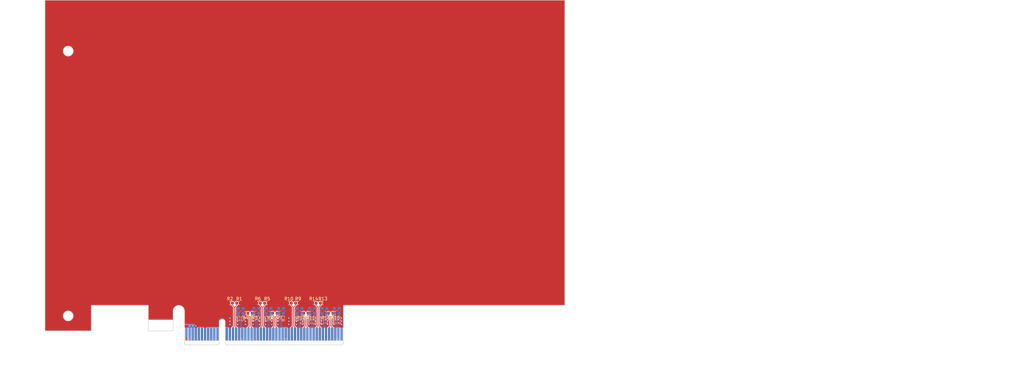
<source format=kicad_pcb>
(kicad_pcb (version 20241229) (generator "pcbnew") (generator_version "9.0")
  (title_block (title "PCIexpress_x16_full") (company "Author: Luca Anastasio"))
  (layers (0 "F.Cu" power) (4 "In1.Cu" power) (6 "In2.Cu" power) (2 "B.Cu" power) (13 "F.Paste" user) (15 "B.Paste" user) (5 "F.SilkS" user "F.Silkscreen") (7 "B.SilkS" user "B.Silkscreen") (1 "F.Mask" user) (3 "B.Mask" user) (25 "Edge.Cuts" user))
  (net 0 "")
  (net 1 "GND")
  (net 2 "Net-(J2-PadA33)")
  (net 3 "Net-(J2-PadA32)")
  (net 4 "Net-(J2-PadA19)")
  (net 5 "+12V")
  (net 6 "+3V3")
  (net 7 "+3.3VA")
  (net 8 "Net-(J2-PadB12)")
  (net 9 "Net-(J2-PadB30)")
  (net 10 "/PER0_P")
  (net 11 "/PER0_N")
  (net 12 "/PER1_P")
  (net 13 "/PER1_N")
  (net 14 "/PER2_P")
  (net 15 "/PER2_N")
  (net 16 "/PER3_P")
  (net 17 "/PER3_N")
  (net 18 "/PER4_P")
  (net 19 "/PER4_N")
  (net 20 "/PER5_P")
  (net 21 "/PER5_N")
  (net 22 "/PER6_P")
  (net 23 "/PER6_N")
  (net 24 "/PER7_P")
  (net 25 "/PER7_N")
  (net 26 "/~{PRSNT2x8}")
  (net 27 "/PET7_N")
  (net 28 "/PET7_P")
  (net 29 "/PET6_N")
  (net 30 "/PET6_P")
  (net 31 "/PET5_N")
  (net 32 "/PET5_P")
  (net 33 "/PET4_N")
  (net 34 "/PET4_P")
  (net 35 "/~{PRSNT2x4}")
  (net 36 "/PET3_N")
  (net 37 "/PET3_P")
  (net 38 "/PET2_N")
  (net 39 "/PET2_P")
  (net 40 "/PET1_N")
  (net 41 "/PET1_P")
  (net 42 "/SMCLK")
  (net 43 "/SMDAT")
  (net 44 "/~{TRST}")
  (net 45 "/~{WAKE}")
  (net 46 "/PET0_P")
  (net 47 "/PET0_N")
  (net 48 "/~{PRSNT2x1}")
  (net 49 "/~{PRSNT1}")
  (net 50 "/TCK")
  (net 51 "/TDI")
  (net 52 "/TDO")
  (net 53 "/TMS")
  (net 54 "/~{PERST}")
  (net 55 "/REFCLK-")
  (net 56 "/REFCLK+")
  (net 57 "/PCIexpress_connector/_PER0_P")
  (net 58 "/PCIexpress_connector/_PER0_N")
  (net 59 "/PCIexpress_connector/_PER1_P")
  (net 60 "/PCIexpress_connector/_PER1_N")
  (net 61 "/PCIexpress_connector/_PER2_P")
  (net 62 "/PCIexpress_connector/_PER2_N")
  (net 63 "/PCIexpress_connector/_PER3_P")
  (net 64 "/PCIexpress_connector/_PER3_N")
  (net 65 "/PCIexpress_connector/_PER4_P")
  (net 66 "/PCIexpress_connector/_PER4_N")
  (net 67 "/PCIexpress_connector/_PER5_P")
  (net 68 "/PCIexpress_connector/_PER5_N")
  (net 69 "/PCIexpress_connector/_PER6_P")
  (net 70 "/PCIexpress_connector/_PER6_N")
  (net 71 "/PCIexpress_connector/_PER7_P")
  (net 72 "/PCIexpress_connector/_PER7_N")
  (footprint "Resistor_SMD:R_0603_1608Metric" (layer "F.Cu") (at 127.125 180.625)
    (property "Reference" "R1" (at 0 -1.375 0) (layer "F.SilkS"))
    (property "Value" "49.9")
    (pad "1" smd roundrect (at -0.7875 0) (size 0.875 0.95) (layers "F.Cu" "F.Mask" "F.Paste") (net 47 "/PET0_N"))
    (pad "2" smd roundrect (at 0.7875 0) (size 0.875 0.95) (layers "F.Cu" "F.Mask" "F.Paste") (net 1 "GND"))
  )
  (footprint "Resistor_SMD:R_0603_1608Metric" (layer "F.Cu") (at 124.125 180.625 180)
    (property "Reference" "R2" (at 0 1.375 0) (layer "F.SilkS"))
    (property "Value" "49.9")
    (pad "1" smd roundrect (at -0.7875 0 180) (size 0.875 0.95) (layers "F.Cu" "F.Mask" "F.Paste") (net 46 "/PET0_P"))
    (pad "2" smd roundrect (at 0.7875 0 180) (size 0.875 0.95) (layers "F.Cu" "F.Mask" "F.Paste") (net 1 "GND"))
  )
  (footprint "Resistor_SMD:R_0603_1608Metric" (layer "F.Cu") (at 136.125 180.625)
    (property "Reference" "R5" (at 0 -1.375 0) (layer "F.SilkS"))
    (property "Value" "49.9")
    (pad "1" smd roundrect (at -0.7875 0) (size 0.875 0.95) (layers "F.Cu" "F.Mask" "F.Paste") (net 38 "/PET2_N"))
    (pad "2" smd roundrect (at 0.7875 0) (size 0.875 0.95) (layers "F.Cu" "F.Mask" "F.Paste") (net 1 "GND"))
  )
  (footprint "Resistor_SMD:R_0603_1608Metric" (layer "F.Cu") (at 133.125 180.625 180)
    (property "Reference" "R6" (at 0 1.375 0) (layer "F.SilkS"))
    (property "Value" "49.9")
    (pad "1" smd roundrect (at -0.7875 0 180) (size 0.875 0.95) (layers "F.Cu" "F.Mask" "F.Paste") (net 39 "/PET2_P"))
    (pad "2" smd roundrect (at 0.7875 0 180) (size 0.875 0.95) (layers "F.Cu" "F.Mask" "F.Paste") (net 1 "GND"))
  )
  (footprint "Resistor_SMD:R_0603_1608Metric" (layer "F.Cu") (at 140.125 183.875)
    (property "Reference" "R7" (at 0 1.5 0) (layer "F.SilkS"))
    (property "Value" "49.9")
    (pad "1" smd roundrect (at -0.7875 0) (size 0.875 0.95) (layers "F.Cu" "F.Mask" "F.Paste") (net 36 "/PET3_N"))
    (pad "2" smd roundrect (at 0.7875 0) (size 0.875 0.95) (layers "F.Cu" "F.Mask" "F.Paste") (net 1 "GND"))
  )
  (footprint "Resistor_SMD:R_0603_1608Metric" (layer "F.Cu") (at 137.125 183.875 180)
    (property "Reference" "R8" (at 0 -1.5 0) (layer "F.SilkS"))
    (property "Value" "49.9")
    (pad "1" smd roundrect (at -0.7875 0 180) (size 0.875 0.95) (layers "F.Cu" "F.Mask" "F.Paste") (net 37 "/PET3_P"))
    (pad "2" smd roundrect (at 0.7875 0 180) (size 0.875 0.95) (layers "F.Cu" "F.Mask" "F.Paste") (net 1 "GND"))
  )
  (footprint "Resistor_SMD:R_0603_1608Metric" (layer "F.Cu") (at 146.125 180.625)
    (property "Reference" "R9" (at 0 -1.375 0) (layer "F.SilkS"))
    (property "Value" "49.9")
    (pad "1" smd roundrect (at -0.7875 0) (size 0.875 0.95) (layers "F.Cu" "F.Mask" "F.Paste") (net 33 "/PET4_N"))
    (pad "2" smd roundrect (at 0.7875 0) (size 0.875 0.95) (layers "F.Cu" "F.Mask" "F.Paste") (net 1 "GND"))
  )
  (footprint "Resistor_SMD:R_0603_1608Metric" (layer "F.Cu") (at 143.125 180.625 180)
    (property "Reference" "R10" (at 0 1.375 0) (layer "F.SilkS"))
    (property "Value" "49.9")
    (pad "1" smd roundrect (at -0.7875 0 180) (size 0.875 0.95) (layers "F.Cu" "F.Mask" "F.Paste") (net 34 "/PET4_P"))
    (pad "2" smd roundrect (at 0.7875 0 180) (size 0.875 0.95) (layers "F.Cu" "F.Mask" "F.Paste") (net 1 "GND"))
  )
  (footprint "Resistor_SMD:R_0603_1608Metric" (layer "F.Cu") (at 150.125 183.875)
    (property "Reference" "R11" (at 0 1.5 0) (layer "F.SilkS"))
    (property "Value" "49.9")
    (pad "1" smd roundrect (at -0.7875 0) (size 0.875 0.95) (layers "F.Cu" "F.Mask" "F.Paste") (net 31 "/PET5_N"))
    (pad "2" smd roundrect (at 0.7875 0) (size 0.875 0.95) (layers "F.Cu" "F.Mask" "F.Paste") (net 1 "GND"))
  )
  (footprint "Resistor_SMD:R_0603_1608Metric" (layer "F.Cu") (at 147.125 183.875 180)
    (property "Reference" "R12" (at 0 -1.5 0) (layer "F.SilkS"))
    (property "Value" "49.9")
    (pad "1" smd roundrect (at -0.7875 0 180) (size 0.875 0.95) (layers "F.Cu" "F.Mask" "F.Paste") (net 32 "/PET5_P"))
    (pad "2" smd roundrect (at 0.7875 0 180) (size 0.875 0.95) (layers "F.Cu" "F.Mask" "F.Paste") (net 1 "GND"))
  )
  (footprint "Resistor_SMD:R_0603_1608Metric" (layer "F.Cu") (at 154.125 180.625)
    (property "Reference" "R13" (at 0 -1.375 0) (layer "F.SilkS"))
    (property "Value" "49.9")
    (pad "1" smd roundrect (at -0.7875 0) (size 0.875 0.95) (layers "F.Cu" "F.Mask" "F.Paste") (net 29 "/PET6_N"))
    (pad "2" smd roundrect (at 0.7875 0) (size 0.875 0.95) (layers "F.Cu" "F.Mask" "F.Paste") (net 1 "GND"))
  )
  (footprint "Resistor_SMD:R_0603_1608Metric" (layer "F.Cu") (at 151.125 180.625 180)
    (property "Reference" "R14" (at 0 1.375 0) (layer "F.SilkS"))
    (property "Value" "49.9")
    (pad "1" smd roundrect (at -0.7875 0 180) (size 0.875 0.95) (layers "F.Cu" "F.Mask" "F.Paste") (net 30 "/PET6_P"))
    (pad "2" smd roundrect (at 0.7875 0 180) (size 0.875 0.95) (layers "F.Cu" "F.Mask" "F.Paste") (net 1 "GND"))
  )
  (footprint "Resistor_SMD:R_0603_1608Metric" (layer "F.Cu") (at 158.125 183.875)
    (property "Reference" "R15" (at 0 1.5 0) (layer "F.SilkS"))
    (property "Value" "49.9")
    (pad "1" smd roundrect (at -0.7875 0) (size 0.875 0.95) (layers "F.Cu" "F.Mask" "F.Paste") (net 27 "/PET7_N"))
    (pad "2" smd roundrect (at 0.7875 0) (size 0.875 0.95) (layers "F.Cu" "F.Mask" "F.Paste") (net 1 "GND"))
  )
  (footprint "Resistor_SMD:R_0603_1608Metric" (layer "F.Cu") (at 155.125 183.875 180)
    (property "Reference" "R16" (at 0 -1.5 0) (layer "F.SilkS"))
    (property "Value" "49.9")
    (pad "1" smd roundrect (at -0.7875 0 180) (size 0.875 0.95) (layers "F.Cu" "F.Mask" "F.Paste") (net 28 "/PET7_P"))
    (pad "2" smd roundrect (at 0.7875 0 180) (size 0.875 0.95) (layers "F.Cu" "F.Mask" "F.Paste") (net 1 "GND"))
  )
  (footprint "Resistor_SMD:R_0603_1608Metric" (layer "F.Cu") (at 129.125 183.875 180)
    (property "Reference" "R4" (at 0 -1.5 0) (layer "F.SilkS"))
    (property "Value" "49.9")
    (pad "1" smd roundrect (at -0.7875 0 180) (size 0.875 0.95) (layers "F.Cu" "F.Mask" "F.Paste") (net 41 "/PET1_P"))
    (pad "2" smd roundrect (at 0.7875 0 180) (size 0.875 0.95) (layers "F.Cu" "F.Mask" "F.Paste") (net 1 "GND"))
  )
  (footprint "Resistor_SMD:R_0603_1608Metric" (layer "F.Cu") (at 132.125 183.875)
    (property "Reference" "R3" (at 0 1.5 0) (layer "F.SilkS"))
    (property "Value" "49.9")
    (pad "1" smd roundrect (at -0.7875 0) (size 0.875 0.95) (layers "F.Cu" "F.Mask" "F.Paste") (net 40 "/PET1_N"))
    (pad "2" smd roundrect (at 0.7875 0) (size 0.875 0.95) (layers "F.Cu" "F.Mask" "F.Paste") (net 1 "GND"))
  )
  (footprint "PCIexpress:PCIexpress_bracket_full" (layer "F.Cu") (at 109.625 194.125)
    (property "Reference" "J1" (hide yes))
    (property "Value" "PCIexpress_bracket")
  )
  (footprint "PCIexpress:PCIexpress_x8" (layer "F.Cu") (at 109.625 194.125)
    (property "Reference" "J2" (hide yes))
    (property "Value" "PCIexpress_x8")
    (pad "A1" connect rect (at 0.5 -4) (size 0.7 3.2) (layers "B.Cu") (net 49 "/~{PRSNT1}"))
    (pad "A2" connect rect (at 1.5 -3.5) (size 0.7 4.2) (layers "B.Cu") (net 5 "+12V"))
    (pad "A3" connect rect (at 2.5 -3.5) (size 0.7 4.2) (layers "B.Cu") (net 5 "+12V"))
    (pad "A4" connect rect (at 3.5 -3.5) (size 0.7 4.2) (layers "B.Cu") (net 1 "GND"))
    (pad "A5" connect rect (at 4.5 -3.5) (size 0.7 4.2) (layers "B.Cu") (net 50 "/TCK"))
    (pad "A6" connect rect (at 5.5 -3.5) (size 0.7 4.2) (layers "B.Cu") (net 51 "/TDI"))
    (pad "A7" connect rect (at 6.5 -3.5) (size 0.7 4.2) (layers "B.Cu") (net 52 "/TDO"))
    (pad "A8" connect rect (at 7.5 -3.5) (size 0.7 4.2) (layers "B.Cu") (net 53 "/TMS"))
    (pad "A9" connect rect (at 8.5 -3.5) (size 0.7 4.2) (layers "B.Cu") (net 6 "+3V3"))
    (pad "A10" connect rect (at 9.5 -3.5) (size 0.7 4.2) (layers "B.Cu") (net 6 "+3V3"))
    (pad "A11" connect rect (at 10.5 -3.5) (size 0.7 4.2) (layers "B.Cu") (net 54 "/~{PERST}"))
    (pad "A12" connect rect (at 13.5 -3.5) (size 0.7 4.2) (layers "B.Cu") (net 1 "GND"))
    (pad "A13" connect rect (at 14.5 -3.5) (size 0.7 4.2) (layers "B.Cu") (net 56 "/REFCLK+"))
    (pad "A14" connect rect (at 15.5 -3.5) (size 0.7 4.2) (layers "B.Cu") (net 55 "/REFCLK-"))
    (pad "A15" connect rect (at 16.5 -3.5) (size 0.7 4.2) (layers "B.Cu") (net 1 "GND"))
    (pad "A16" connect rect (at 17.5 -3.5) (size 0.7 4.2) (layers "B.Cu") (net 57 "/PCIexpress_connector/_PER0_P"))
    (pad "A17" connect rect (at 18.5 -3.5) (size 0.7 4.2) (layers "B.Cu") (net 58 "/PCIexpress_connector/_PER0_N"))
    (pad "A18" connect rect (at 19.5 -3.5) (size 0.7 4.2) (layers "B.Cu") (net 1 "GND"))
    (pad "A19" connect rect (at 20.5 -3.5) (size 0.7 4.2) (layers "B.Cu") (net 4 "Net-(J2-PadA19)"))
    (pad "A20" connect rect (at 21.5 -3.5) (size 0.7 4.2) (layers "B.Cu") (net 1 "GND"))
    (pad "A21" connect rect (at 22.5 -3.5) (size 0.7 4.2) (layers "B.Cu") (net 59 "/PCIexpress_connector/_PER1_P"))
    (pad "A22" connect rect (at 23.5 -3.5) (size 0.7 4.2) (layers "B.Cu") (net 60 "/PCIexpress_connector/_PER1_N"))
    (pad "A23" connect rect (at 24.5 -3.5) (size 0.7 4.2) (layers "B.Cu") (net 1 "GND"))
    (pad "A24" connect rect (at 25.5 -3.5) (size 0.7 4.2) (layers "B.Cu") (net 1 "GND"))
    (pad "A25" connect rect (at 26.5 -3.5) (size 0.7 4.2) (layers "B.Cu") (net 61 "/PCIexpress_connector/_PER2_P"))
    (pad "A26" connect rect (at 27.5 -3.5) (size 0.7 4.2) (layers "B.Cu") (net 62 "/PCIexpress_connector/_PER2_N"))
    (pad "A27" connect rect (at 28.5 -3.5) (size 0.7 4.2) (layers "B.Cu") (net 1 "GND"))
    (pad "A28" connect rect (at 29.5 -3.5) (size 0.7 4.2) (layers "B.Cu") (net 1 "GND"))
    (pad "A29" connect rect (at 30.5 -3.5) (size 0.7 4.2) (layers "B.Cu") (net 63 "/PCIexpress_connector/_PER3_P"))
    (pad "A30" connect rect (at 31.5 -3.5) (size 0.7 4.2) (layers "B.Cu") (net 64 "/PCIexpress_connector/_PER3_N"))
    (pad "A31" connect rect (at 32.5 -3.5) (size 0.7 4.2) (layers "B.Cu") (net 1 "GND"))
    (pad "A32" connect rect (at 33.5 -3.5) (size 0.7 4.2) (layers "B.Cu") (net 3 "Net-(J2-PadA32)"))
    (pad "A33" connect rect (at 34.5 -3.5) (size 0.7 4.2) (layers "B.Cu") (net 2 "Net-(J2-PadA33)"))
    (pad "A34" connect rect (at 35.5 -3.5) (size 0.7 4.2) (layers "B.Cu") (net 1 "GND"))
    (pad "A35" connect rect (at 36.5 -3.5) (size 0.7 4.2) (layers "B.Cu") (net 65 "/PCIexpress_connector/_PER4_P"))
    (pad "A36" connect rect (at 37.5 -3.5) (size 0.7 4.2) (layers "B.Cu") (net 66 "/PCIexpress_connector/_PER4_N"))
    (pad "A37" connect rect (at 38.5 -3.5) (size 0.7 4.2) (layers "B.Cu") (net 1 "GND"))
    (pad "A38" connect rect (at 39.5 -3.5) (size 0.7 4.2) (layers "B.Cu") (net 1 "GND"))
    (pad "A39" connect rect (at 40.5 -3.5) (size 0.7 4.2) (layers "B.Cu") (net 67 "/PCIexpress_connector/_PER5_P"))
    (pad "A40" connect rect (at 41.5 -3.5) (size 0.7 4.2) (layers "B.Cu") (net 68 "/PCIexpress_connector/_PER5_N"))
    (pad "A41" connect rect (at 42.5 -3.5) (size 0.7 4.2) (layers "B.Cu") (net 1 "GND"))
    (pad "A42" connect rect (at 43.5 -3.5) (size 0.7 4.2) (layers "B.Cu") (net 1 "GND"))
    (pad "A43" connect rect (at 44.5 -3.5) (size 0.7 4.2) (layers "B.Cu") (net 69 "/PCIexpress_connector/_PER6_P"))
    (pad "A44" connect rect (at 45.5 -3.5) (size 0.7 4.2) (layers "B.Cu") (net 70 "/PCIexpress_connector/_PER6_N"))
    (pad "A45" connect rect (at 46.5 -3.5) (size 0.7 4.2) (layers "B.Cu") (net 1 "GND"))
    (pad "A46" connect rect (at 47.5 -3.5) (size 0.7 4.2) (layers "B.Cu") (net 1 "GND"))
    (pad "A47" connect rect (at 48.5 -3.5) (size 0.7 4.2) (layers "B.Cu") (net 71 "/PCIexpress_connector/_PER7_P"))
    (pad "A48" connect rect (at 49.5 -3.5) (size 0.7 4.2) (layers "B.Cu") (net 72 "/PCIexpress_connector/_PER7_N"))
    (pad "A49" connect rect (at 50.5 -3.5) (size 0.7 4.2) (layers "B.Cu") (net 1 "GND"))
    (pad "B1" connect rect (at 0.5 -3.5) (size 0.7 4.2) (layers "F.Cu") (net 5 "+12V"))
    (pad "B2" connect rect (at 1.5 -3.5) (size 0.7 4.2) (layers "F.Cu") (net 5 "+12V"))
    (pad "B3" connect rect (at 2.5 -3.5) (size 0.7 4.2) (layers "F.Cu") (net 5 "+12V"))
    (pad "B4" connect rect (at 3.5 -3.5) (size 0.7 4.2) (layers "F.Cu") (net 1 "GND"))
    (pad "B5" connect rect (at 4.5 -3.5) (size 0.7 4.2) (layers "F.Cu") (net 42 "/SMCLK"))
    (pad "B6" connect rect (at 5.5 -3.5) (size 0.7 4.2) (layers "F.Cu") (net 43 "/SMDAT"))
    (pad "B7" connect rect (at 6.5 -3.5) (size 0.7 4.2) (layers "F.Cu") (net 1 "GND"))
    (pad "B8" connect rect (at 7.5 -3.5) (size 0.7 4.2) (layers "F.Cu") (net 6 "+3V3"))
    (pad "B9" connect rect (at 8.5 -3.5) (size 0.7 4.2) (layers "F.Cu") (net 44 "/~{TRST}"))
    (pad "B10" connect rect (at 9.5 -3.5) (size 0.7 4.2) (layers "F.Cu") (net 7 "+3.3VA"))
    (pad "B11" connect rect (at 10.5 -3.5) (size 0.7 4.2) (layers "F.Cu") (net 45 "/~{WAKE}"))
    (pad "B12" connect rect (at 13.5 -3.5) (size 0.7 4.2) (layers "F.Cu") (net 8 "Net-(J2-PadB12)"))
    (pad "B13" connect rect (at 14.5 -3.5) (size 0.7 4.2) (layers "F.Cu") (net 1 "GND"))
    (pad "B14" connect rect (at 15.5 -3.5) (size 0.7 4.2) (layers "F.Cu") (net 46 "/PET0_P"))
    (pad "B15" connect rect (at 16.5 -3.5) (size 0.7 4.2) (layers "F.Cu") (net 47 "/PET0_N"))
    (pad "B16" connect rect (at 17.5 -3.5) (size 0.7 4.2) (layers "F.Cu") (net 1 "GND"))
    (pad "B17" connect rect (at 18.5 -4) (size 0.7 3.2) (layers "F.Cu") (net 48 "/~{PRSNT2x1}"))
    (pad "B18" connect rect (at 19.5 -3.5) (size 0.7 4.2) (layers "F.Cu") (net 1 "GND"))
    (pad "B19" connect rect (at 20.5 -3.5) (size 0.7 4.2) (layers "F.Cu") (net 41 "/PET1_P"))
    (pad "B20" connect rect (at 21.5 -3.5) (size 0.7 4.2) (layers "F.Cu") (net 40 "/PET1_N"))
    (pad "B21" connect rect (at 22.5 -3.5) (size 0.7 4.2) (layers "F.Cu") (net 1 "GND"))
    (pad "B22" connect rect (at 23.5 -3.5) (size 0.7 4.2) (layers "F.Cu") (net 1 "GND"))
    (pad "B23" connect rect (at 24.5 -3.5) (size 0.7 4.2) (layers "F.Cu") (net 39 "/PET2_P"))
    (pad "B24" connect rect (at 25.5 -3.5) (size 0.7 4.2) (layers "F.Cu") (net 38 "/PET2_N"))
    (pad "B25" connect rect (at 26.5 -3.5) (size 0.7 4.2) (layers "F.Cu") (net 1 "GND"))
    (pad "B26" connect rect (at 27.5 -3.5) (size 0.7 4.2) (layers "F.Cu") (net 1 "GND"))
    (pad "B27" connect rect (at 28.5 -3.5) (size 0.7 4.2) (layers "F.Cu") (net 37 "/PET3_P"))
    (pad "B28" connect rect (at 29.5 -3.5) (size 0.7 4.2) (layers "F.Cu") (net 36 "/PET3_N"))
    (pad "B29" connect rect (at 30.5 -3.5) (size 0.7 4.2) (layers "F.Cu") (net 1 "GND"))
    (pad "B30" connect rect (at 31.5 -3.5) (size 0.7 4.2) (layers "F.Cu") (net 9 "Net-(J2-PadB30)"))
    (pad "B31" connect rect (at 32.5 -4) (size 0.7 3.2) (layers "F.Cu") (net 35 "/~{PRSNT2x4}"))
    (pad "B32" connect rect (at 33.5 -3.5) (size 0.7 4.2) (layers "F.Cu") (net 1 "GND"))
    (pad "B33" connect rect (at 34.5 -3.5) (size 0.7 4.2) (layers "F.Cu") (net 34 "/PET4_P"))
    (pad "B34" connect rect (at 35.5 -3.5) (size 0.7 4.2) (layers "F.Cu") (net 33 "/PET4_N"))
    (pad "B35" connect rect (at 36.5 -3.5) (size 0.7 4.2) (layers "F.Cu") (net 1 "GND"))
    (pad "B36" connect rect (at 37.5 -3.5) (size 0.7 4.2) (layers "F.Cu") (net 1 "GND"))
    (pad "B37" connect rect (at 38.5 -3.5) (size 0.7 4.2) (layers "F.Cu") (net 32 "/PET5_P"))
    (pad "B38" connect rect (at 39.5 -3.5) (size 0.7 4.2) (layers "F.Cu") (net 31 "/PET5_N"))
    (pad "B39" connect rect (at 40.5 -3.5) (size 0.7 4.2) (layers "F.Cu") (net 1 "GND"))
    (pad "B40" connect rect (at 41.5 -3.5) (size 0.7 4.2) (layers "F.Cu") (net 1 "GND"))
    (pad "B41" connect rect (at 42.5 -3.5) (size 0.7 4.2) (layers "F.Cu") (net 30 "/PET6_P"))
    (pad "B42" connect rect (at 43.5 -3.5) (size 0.7 4.2) (layers "F.Cu") (net 29 "/PET6_N"))
    (pad "B43" connect rect (at 44.5 -3.5) (size 0.7 4.2) (layers "F.Cu") (net 1 "GND"))
    (pad "B44" connect rect (at 45.5 -3.5) (size 0.7 4.2) (layers "F.Cu") (net 1 "GND"))
    (pad "B45" connect rect (at 46.5 -3.5) (size 0.7 4.2) (layers "F.Cu") (net 28 "/PET7_P"))
    (pad "B46" connect rect (at 47.5 -3.5) (size 0.7 4.2) (layers "F.Cu") (net 27 "/PET7_N"))
    (pad "B47" connect rect (at 48.5 -3.5) (size 0.7 4.2) (layers "F.Cu") (net 1 "GND"))
    (pad "B48" connect rect (at 49.5 -4) (size 0.7 3.2) (layers "F.Cu") (net 26 "/~{PRSNT2x8}"))
    (pad "B49" connect rect (at 50.5 -3.5) (size 0.7 4.2) (layers "F.Cu") (net 1 "GND"))
  )
  (footprint "Capacitor_SMD:C_0603_1608Metric" (layer "B.Cu") (at 126.875 183.125 -90)
    (property "Reference" "C1" (at 2.5 0 90) (layer "B.SilkS") (effects (justify mirror)))
    (property "Value" "100n")
    (pad "1" smd roundrect (at -0.7875 0 270) (size 0.875 0.95) (layers "B.Cu" "B.Mask" "B.Paste") (net 10 "/PER0_P"))
    (pad "2" smd roundrect (at 0.7875 0 270) (size 0.875 0.95) (layers "B.Cu" "B.Mask" "B.Paste") (net 57 "/PCIexpress_connector/_PER0_P"))
  )
  (footprint "Capacitor_SMD:C_0603_1608Metric" (layer "B.Cu") (at 128.375 183.125 90)
    (property "Reference" "C2" (at -2.5 0 90) (layer "B.SilkS") (effects (justify mirror)))
    (property "Value" "100n")
    (pad "1" smd roundrect (at -0.7875 0 90) (size 0.875 0.95) (layers "B.Cu" "B.Mask" "B.Paste") (net 58 "/PCIexpress_connector/_PER0_N"))
    (pad "2" smd roundrect (at 0.7875 0 90) (size 0.875 0.95) (layers "B.Cu" "B.Mask" "B.Paste") (net 11 "/PER0_N"))
  )
  (footprint "Capacitor_SMD:C_0603_1608Metric" (layer "B.Cu") (at 131.875 183.125 -90)
    (property "Reference" "C3" (at 2.5 0 90) (layer "B.SilkS") (effects (justify mirror)))
    (property "Value" "100n")
    (pad "1" smd roundrect (at -0.7875 0 270) (size 0.875 0.95) (layers "B.Cu" "B.Mask" "B.Paste") (net 12 "/PER1_P"))
    (pad "2" smd roundrect (at 0.7875 0 270) (size 0.875 0.95) (layers "B.Cu" "B.Mask" "B.Paste") (net 59 "/PCIexpress_connector/_PER1_P"))
  )
  (footprint "Capacitor_SMD:C_0603_1608Metric" (layer "B.Cu") (at 133.375 183.125 90)
    (property "Reference" "C4" (at -2.5 0 90) (layer "B.SilkS") (effects (justify mirror)))
    (property "Value" "100n")
    (pad "1" smd roundrect (at -0.7875 0 90) (size 0.875 0.95) (layers "B.Cu" "B.Mask" "B.Paste") (net 60 "/PCIexpress_connector/_PER1_N"))
    (pad "2" smd roundrect (at 0.7875 0 90) (size 0.875 0.95) (layers "B.Cu" "B.Mask" "B.Paste") (net 13 "/PER1_N"))
  )
  (footprint "Capacitor_SMD:C_0603_1608Metric" (layer "B.Cu") (at 135.875 183.125 -90)
    (property "Reference" "C5" (at 2.5 0 90) (layer "B.SilkS") (effects (justify mirror)))
    (property "Value" "100n")
    (pad "1" smd roundrect (at -0.7875 0 270) (size 0.875 0.95) (layers "B.Cu" "B.Mask" "B.Paste") (net 14 "/PER2_P"))
    (pad "2" smd roundrect (at 0.7875 0 270) (size 0.875 0.95) (layers "B.Cu" "B.Mask" "B.Paste") (net 61 "/PCIexpress_connector/_PER2_P"))
  )
  (footprint "Capacitor_SMD:C_0603_1608Metric" (layer "B.Cu") (at 137.375 183.125 90)
    (property "Reference" "C6" (at -2.5 0 90) (layer "B.SilkS") (effects (justify mirror)))
    (property "Value" "100n")
    (pad "1" smd roundrect (at -0.7875 0 90) (size 0.875 0.95) (layers "B.Cu" "B.Mask" "B.Paste") (net 62 "/PCIexpress_connector/_PER2_N"))
    (pad "2" smd roundrect (at 0.7875 0 90) (size 0.875 0.95) (layers "B.Cu" "B.Mask" "B.Paste") (net 15 "/PER2_N"))
  )
  (footprint "Capacitor_SMD:C_0603_1608Metric" (layer "B.Cu") (at 139.875 183.125 -90)
    (property "Reference" "C7" (at 2.5 0 90) (layer "B.SilkS") (effects (justify mirror)))
    (property "Value" "100n")
    (pad "1" smd roundrect (at -0.7875 0 270) (size 0.875 0.95) (layers "B.Cu" "B.Mask" "B.Paste") (net 16 "/PER3_P"))
    (pad "2" smd roundrect (at 0.7875 0 270) (size 0.875 0.95) (layers "B.Cu" "B.Mask" "B.Paste") (net 63 "/PCIexpress_connector/_PER3_P"))
  )
  (footprint "Capacitor_SMD:C_0603_1608Metric" (layer "B.Cu") (at 141.375 183.125 90)
    (property "Reference" "C8" (at -2.5 0 90) (layer "B.SilkS") (effects (justify mirror)))
    (property "Value" "100n")
    (pad "1" smd roundrect (at -0.7875 0 90) (size 0.875 0.95) (layers "B.Cu" "B.Mask" "B.Paste") (net 64 "/PCIexpress_connector/_PER3_N"))
    (pad "2" smd roundrect (at 0.7875 0 90) (size 0.875 0.95) (layers "B.Cu" "B.Mask" "B.Paste") (net 17 "/PER3_N"))
  )
  (footprint "Capacitor_SMD:C_0603_1608Metric" (layer "B.Cu") (at 145.875 183.125 -90)
    (property "Reference" "C9" (at 2.5 0 90) (layer "B.SilkS") (effects (justify mirror)))
    (property "Value" "100n")
    (pad "1" smd roundrect (at -0.7875 0 270) (size 0.875 0.95) (layers "B.Cu" "B.Mask" "B.Paste") (net 18 "/PER4_P"))
    (pad "2" smd roundrect (at 0.7875 0 270) (size 0.875 0.95) (layers "B.Cu" "B.Mask" "B.Paste") (net 65 "/PCIexpress_connector/_PER4_P"))
  )
  (footprint "Capacitor_SMD:C_0603_1608Metric" (layer "B.Cu") (at 147.375 183.125 90)
    (property "Reference" "C10" (at -3 0 90) (layer "B.SilkS") (effects (justify mirror)))
    (property "Value" "100n")
    (pad "1" smd roundrect (at -0.7875 0 90) (size 0.875 0.95) (layers "B.Cu" "B.Mask" "B.Paste") (net 66 "/PCIexpress_connector/_PER4_N"))
    (pad "2" smd roundrect (at 0.7875 0 90) (size 0.875 0.95) (layers "B.Cu" "B.Mask" "B.Paste") (net 19 "/PER4_N"))
  )
  (footprint "Capacitor_SMD:C_0603_1608Metric" (layer "B.Cu") (at 149.875 183.125 -90)
    (property "Reference" "C11" (at 3 0 90) (layer "B.SilkS") (effects (justify mirror)))
    (property "Value" "100n")
    (pad "1" smd roundrect (at -0.7875 0 270) (size 0.875 0.95) (layers "B.Cu" "B.Mask" "B.Paste") (net 20 "/PER5_P"))
    (pad "2" smd roundrect (at 0.7875 0 270) (size 0.875 0.95) (layers "B.Cu" "B.Mask" "B.Paste") (net 67 "/PCIexpress_connector/_PER5_P"))
  )
  (footprint "Capacitor_SMD:C_0603_1608Metric" (layer "B.Cu") (at 151.375 183.125 90)
    (property "Reference" "C12" (at -3 0 90) (layer "B.SilkS") (effects (justify mirror)))
    (property "Value" "100n")
    (pad "1" smd roundrect (at -0.7875 0 90) (size 0.875 0.95) (layers "B.Cu" "B.Mask" "B.Paste") (net 68 "/PCIexpress_connector/_PER5_N"))
    (pad "2" smd roundrect (at 0.7875 0 90) (size 0.875 0.95) (layers "B.Cu" "B.Mask" "B.Paste") (net 21 "/PER5_N"))
  )
  (footprint "Capacitor_SMD:C_0603_1608Metric" (layer "B.Cu") (at 155.375 183.125 90)
    (property "Reference" "C14" (at -3 0 90) (layer "B.SilkS") (effects (justify mirror)))
    (property "Value" "100n")
    (pad "1" smd roundrect (at -0.7875 0 90) (size 0.875 0.95) (layers "B.Cu" "B.Mask" "B.Paste") (net 70 "/PCIexpress_connector/_PER6_N"))
    (pad "2" smd roundrect (at 0.7875 0 90) (size 0.875 0.95) (layers "B.Cu" "B.Mask" "B.Paste") (net 23 "/PER6_N"))
  )
  (footprint "Capacitor_SMD:C_0603_1608Metric" (layer "B.Cu") (at 157.875 183.125 -90)
    (property "Reference" "C15" (at 3 0 90) (layer "B.SilkS") (effects (justify mirror)))
    (property "Value" "100n")
    (pad "1" smd roundrect (at -0.7875 0 270) (size 0.875 0.95) (layers "B.Cu" "B.Mask" "B.Paste") (net 24 "/PER7_P"))
    (pad "2" smd roundrect (at 0.7875 0 270) (size 0.875 0.95) (layers "B.Cu" "B.Mask" "B.Paste") (net 71 "/PCIexpress_connector/_PER7_P"))
  )
  (footprint "Capacitor_SMD:C_0603_1608Metric" (layer "B.Cu") (at 159.375 183.125 90)
    (property "Reference" "C16" (at -3 0 90) (layer "B.SilkS") (effects (justify mirror)))
    (property "Value" "100n")
    (pad "1" smd roundrect (at -0.7875 0 90) (size 0.875 0.95) (layers "B.Cu" "B.Mask" "B.Paste") (net 72 "/PCIexpress_connector/_PER7_N"))
    (pad "2" smd roundrect (at 0.7875 0 90) (size 0.875 0.95) (layers "B.Cu" "B.Mask" "B.Paste") (net 25 "/PER7_N"))
  )
  (footprint "Capacitor_SMD:C_0603_1608Metric" (layer "B.Cu") (at 153.875 183.125 -90)
    (property "Reference" "C13" (at 3 0 90) (layer "B.SilkS") (effects (justify mirror)))
    (property "Value" "100n")
    (pad "1" smd roundrect (at -0.7875 0 270) (size 0.875 0.95) (layers "B.Cu" "B.Mask" "B.Paste") (net 22 "/PER6_P"))
    (pad "2" smd roundrect (at 0.7875 0 270) (size 0.875 0.95) (layers "B.Cu" "B.Mask" "B.Paste") (net 69 "/PCIexpress_connector/_PER6_P"))
  )
  (gr_line (start 64.475 82.975) (end 64.475 189.625) (stroke (width 0.15)) (layer "Edge.Cuts"))
  (gr_line (start 120.675 193.625) (end 120.675 186.675) (stroke (width 0.15)) (layer "Edge.Cuts"))
  (gr_line (start 109.975 194.125) (end 120.175 194.125) (stroke (width 0.15)) (layer "Edge.Cuts"))
  (gr_line (start 232.125 82.975) (end 232.1277 181.375) (stroke (width 0.15)) (layer "Edge.Cuts"))
  (gr_line (start 79.475 181.375) (end 97.825 181.375) (stroke (width 0.15)) (layer "Edge.Cuts"))
  (gr_line (start 105.825 189.625) (end 105.825 183.2) (stroke (width 0.15)) (layer "Edge.Cuts"))
  (gr_line (start 122.575 186.675) (end 122.575 193.625) (stroke (width 0.15)) (layer "Edge.Cuts"))
  (gr_line (start 79.475 189.625) (end 79.475 181.375) (stroke (width 0.15)) (layer "Edge.Cuts"))
  (gr_line (start 64.475 189.625) (end 79.475 189.625) (stroke (width 0.15)) (layer "Edge.Cuts"))
  (gr_line (start 160.775 193.625) (end 160.275 194.125) (stroke (width 0.15)) (layer "Edge.Cuts"))
  (gr_line (start 97.825 181.375) (end 97.825 189.625) (stroke (width 0.15)) (layer "Edge.Cuts"))
  (gr_line (start 64.475 82.975) (end 232.125 82.975) (stroke (width 0.15)) (layer "Edge.Cuts"))
  (gr_circle (center 71.975 99.375) (end 73.575 99.375) (stroke (width 0.15)) (fill no) (layer "Edge.Cuts"))
  (gr_arc (start 120.675 186.675) (mid 121.625 185.725) (end 122.575 186.675) (stroke (width 0.15)) (layer "Edge.Cuts"))
  (gr_line (start 109.475 183.2) (end 109.475 193.625) (stroke (width 0.15)) (layer "Edge.Cuts"))
  (gr_line (start 109.475 193.625) (end 109.975 194.125) (stroke (width 0.15)) (layer "Edge.Cuts"))
  (gr_line (start 160.275 194.125) (end 123.075 194.125) (stroke (width 0.15)) (layer "Edge.Cuts"))
  (gr_line (start 120.175 194.125) (end 120.675 193.625) (stroke (width 0.15)) (layer "Edge.Cuts"))
  (gr_line (start 122.575 193.625) (end 123.075 194.125) (stroke (width 0.15)) (layer "Edge.Cuts"))
  (gr_line (start 97.825 189.625) (end 105.825 189.625) (stroke (width 0.15)) (layer "Edge.Cuts"))
  (gr_circle (center 71.975 184.775) (end 73.575 184.775) (stroke (width 0.15)) (fill no) (layer "Edge.Cuts"))
  (gr_line (start 232.1277 181.375) (end 160.775 181.375) (stroke (width 0.15)) (layer "Edge.Cuts"))
  (gr_line (start 160.775 181.375) (end 160.775 193.625) (stroke (width 0.15)) (layer "Edge.Cuts"))
  (gr_arc (start 105.825 183.2) (mid 107.65 181.375) (end 109.475 183.2) (stroke (width 0.15)) (layer "Edge.Cuts"))
  (target plus (at 109.625 194.125) (size 5) (width 0.05) (layer "Edge.Cuts"))
  (segment (start 113.125 188.125) (end 113.125 188.125) (width 0.7) (layer "F.Cu") (net 1))
  (segment (start 113.125 190.625) (end 113.125 188) (width 0.7) (layer "F.Cu") (net 1))
  (via (at 124.125 185.5) (size 0.55) (drill 0.3) (layers "F.Cu" "B.Cu") (net 1))
  (via (at 143.125 185.5) (size 0.55) (drill 0.3) (layers "F.Cu" "B.Cu") (net 1))
  (via (at 157.625 185.5) (size 0.55) (drill 0.3) (layers "F.Cu" "B.Cu") (net 1))
  (via (at 135.625 185.5) (size 0.55) (drill 0.3) (layers "F.Cu" "B.Cu") (net 1))
  (via (at 139.625 185.5) (size 0.55) (drill 0.3) (layers "F.Cu" "B.Cu") (net 1))
  (via (at 133.625 185.5) (size 0.55) (drill 0.3) (layers "F.Cu" "B.Cu") (net 1))
  (via (at 129.125 185.5) (size 0.55) (drill 0.3) (layers "F.Cu" "B.Cu") (net 1))
  (via (at 155.625 185.5) (size 0.55) (drill 0.3) (layers "F.Cu" "B.Cu") (net 1))
  (via (at 149.625 185.5) (size 0.55) (drill 0.3) (layers "F.Cu" "B.Cu") (net 1))
  (via (at 147.625 185.5) (size 0.55) (drill 0.3) (layers "F.Cu" "B.Cu") (net 1))
  (via (at 145.625 185.5) (size 0.55) (drill 0.3) (layers "F.Cu" "B.Cu") (net 1))
  (via (at 160.125 185.5) (size 0.55) (drill 0.3) (layers "F.Cu" "B.Cu") (net 1))
  (via (at 151.625 185.5) (size 0.55) (drill 0.3) (layers "F.Cu" "B.Cu") (net 1))
  (via (at 153.625 185.5) (size 0.55) (drill 0.3) (layers "F.Cu" "B.Cu") (net 1))
  (via (at 126.625 185.5) (size 0.55) (drill 0.3) (layers "F.Cu" "B.Cu") (net 1))
  (via (at 131.625 185.5) (size 0.55) (drill 0.3) (layers "F.Cu" "B.Cu") (net 1))
  (via (at 137.625 185.5) (size 0.55) (drill 0.3) (layers "F.Cu" "B.Cu") (net 1))
  (via (at 149.625 186.5) (size 0.55) (drill 0.3) (layers "F.Cu" "B.Cu") (net 1))
  (via (at 151.625 187.5) (size 0.55) (drill 0.3) (layers "F.Cu" "B.Cu") (net 1))
  (via (at 113.125 188) (size 0.55) (drill 0.3) (layers "F.Cu" "B.Cu") (net 1))
  (via (at 151.625 186.5) (size 0.55) (drill 0.3) (layers "F.Cu" "B.Cu") (net 1))
  (via (at 129.125 186.5) (size 0.55) (drill 0.3) (layers "F.Cu" "B.Cu") (net 1))
  (via (at 124.125 186.5) (size 0.55) (drill 0.3) (layers "F.Cu" "B.Cu") (net 1))
  (via (at 126.625 187.5) (size 0.55) (drill 0.3) (layers "F.Cu" "B.Cu") (net 1))
  (via (at 157.625 187.5) (size 0.55) (drill 0.3) (layers "F.Cu" "B.Cu") (net 1))
  (via (at 139.625 187.5) (size 0.55) (drill 0.3) (layers "F.Cu" "B.Cu") (net 1))
  (via (at 135.625 186.5) (size 0.55) (drill 0.3) (layers "F.Cu" "B.Cu") (net 1))
  (via (at 157.625 186.5) (size 0.55) (drill 0.3) (layers "F.Cu" "B.Cu") (net 1))
  (via (at 153.625 186.5) (size 0.55) (drill 0.3) (layers "F.Cu" "B.Cu") (net 1))
  (via (at 155.625 186.5) (size 0.55) (drill 0.3) (layers "F.Cu" "B.Cu") (net 1))
  (via (at 160.125 187.5) (size 0.55) (drill 0.3) (layers "F.Cu" "B.Cu") (net 1))
  (via (at 147.625 186.5) (size 0.55) (drill 0.3) (layers "F.Cu" "B.Cu") (net 1))
  (via (at 133.625 186.5) (size 0.55) (drill 0.3) (layers "F.Cu" "B.Cu") (net 1))
  (via (at 153.625 187.5) (size 0.55) (drill 0.3) (layers "F.Cu" "B.Cu") (net 1))
  (via (at 137.625 187.5) (size 0.55) (drill 0.3) (layers "F.Cu" "B.Cu") (net 1))
  (via (at 135.625 187.5) (size 0.55) (drill 0.3) (layers "F.Cu" "B.Cu") (net 1))
  (via (at 133.625 187.5) (size 0.55) (drill 0.3) (layers "F.Cu" "B.Cu") (net 1))
  (via (at 129.125 187.5) (size 0.55) (drill 0.3) (layers "F.Cu" "B.Cu") (net 1))
  (via (at 147.625 187.5) (size 0.55) (drill 0.3) (layers "F.Cu" "B.Cu") (net 1))
  (via (at 145.625 186.5) (size 0.55) (drill 0.3) (layers "F.Cu" "B.Cu") (net 1))
  (via (at 155.625 187.5) (size 0.55) (drill 0.3) (layers "F.Cu" "B.Cu") (net 1))
  (via (at 139.625 186.5) (size 0.55) (drill 0.3) (layers "F.Cu" "B.Cu") (net 1))
  (via (at 124.125 187.5) (size 0.55) (drill 0.3) (layers "F.Cu" "B.Cu") (net 1))
  (via (at 145.625 187.5) (size 0.55) (drill 0.3) (layers "F.Cu" "B.Cu") (net 1))
  (via (at 160.125 186.5) (size 0.55) (drill 0.3) (layers "F.Cu" "B.Cu") (net 1))
  (via (at 126.625 186.5) (size 0.55) (drill 0.3) (layers "F.Cu" "B.Cu") (net 1))
  (via (at 131.625 187.5) (size 0.55) (drill 0.3) (layers "F.Cu" "B.Cu") (net 1))
  (via (at 131.625 186.5) (size 0.55) (drill 0.3) (layers "F.Cu" "B.Cu") (net 1))
  (via (at 143.125 187.5) (size 0.55) (drill 0.3) (layers "F.Cu" "B.Cu") (net 1))
  (via (at 143.125 186.5) (size 0.55) (drill 0.3) (layers "F.Cu" "B.Cu") (net 1))
  (via (at 137.625 186.5) (size 0.55) (drill 0.3) (layers "F.Cu" "B.Cu") (net 1))
  (via (at 149.625 187.5) (size 0.55) (drill 0.3) (layers "F.Cu" "B.Cu") (net 1))
  (segment (start 111.125 190.625) (end 111.125 188) (width 0.0889) (layer "F.Cu") (net 5))
  (via (at 111.125 188) (size 0.55) (drill 0.3) (layers "F.Cu" "B.Cu") (net 5))
  (via (at 112.125 188) (size 0.55) (drill 0.3) (layers "F.Cu" "B.Cu") (net 5))
  (segment (start 157.3375 184.5375) (end 157.3375 183.875) (width 0.2) (layer "F.Cu") (net 27))
  (segment (start 157.125 188.375) (end 156.825 188.075) (width 0.2) (layer "F.Cu") (net 27))
  (segment (start 156.825 188.075) (end 156.825 185.05) (width 0.2) (layer "F.Cu") (net 27))
  (segment (start 157.125 190.625) (end 157.125 188.375) (width 0.2) (layer "F.Cu") (net 27))
  (segment (start 156.825 185.05) (end 157.3375 184.5375) (width 0.2) (layer "F.Cu") (net 27))
  (segment (start 156.425 185.05) (end 155.9125 184.5375) (width 0.2) (layer "F.Cu") (net 28))
  (segment (start 156.125 188.375) (end 156.425 188.075) (width 0.2) (layer "F.Cu") (net 28))
  (segment (start 156.125 190.625) (end 156.125 188.375) (width 0.2) (layer "F.Cu") (net 28))
  (segment (start 155.9125 184.5375) (end 155.9125 183.875) (width 0.2) (layer "F.Cu") (net 28))
  (segment (start 156.425 188.075) (end 156.425 185.05) (width 0.2) (layer "F.Cu") (net 28))
  (segment (start 153.3375 181.2875) (end 152.825 181.8) (width 0.2) (layer "F.Cu") (net 29))
  (segment (start 152.825 181.8) (end 152.825 188.075) (width 0.2) (layer "F.Cu") (net 29))
  (segment (start 153.3375 180.625) (end 153.3375 181.2875) (width 0.2) (layer "F.Cu") (net 29))
  (segment (start 153.125 188.375) (end 153.125 190.625) (width 0.2) (layer "F.Cu") (net 29))
  (segment (start 152.825 188.075) (end 153.125 188.375) (width 0.2) (layer "F.Cu") (net 29))
  (segment (start 151.9125 180.625) (end 151.9125 181.26875) (width 0.2) (layer "F.Cu") (net 30))
  (segment (start 151.9125 181.26875) (end 152.425 181.78125) (width 0.2) (layer "F.Cu") (net 30))
  (segment (start 152.125 188.375) (end 152.125 190.625) (width 0.2) (layer "F.Cu") (net 30))
  (segment (start 152.425 181.78125) (end 152.425 188.075) (width 0.2) (layer "F.Cu") (net 30))
  (segment (start 152.425 188.075) (end 152.125 188.375) (width 0.2) (layer "F.Cu") (net 30))
  (segment (start 148.825 188.075) (end 148.825 185.05) (width 0.2) (layer "F.Cu") (net 31))
  (segment (start 149.125 190.625) (end 149.125 188.375) (width 0.2) (layer "F.Cu") (net 31))
  (segment (start 149.125 188.375) (end 148.825 188.075) (width 0.2) (layer "F.Cu") (net 31))
  (segment (start 149.3375 184.5375) (end 149.3375 183.875) (width 0.2) (layer "F.Cu") (net 31))
  (segment (start 148.825 185.05) (end 149.3375 184.5375) (width 0.2) (layer "F.Cu") (net 31))
  (segment (start 148.425 188.075) (end 148.425 185.05) (width 0.2) (layer "F.Cu") (net 32))
  (segment (start 148.125 190.625) (end 148.125 188.375) (width 0.2) (layer "F.Cu") (net 32))
  (segment (start 148.425 185.05) (end 147.9125 184.5375) (width 0.2) (layer "F.Cu") (net 32))
  (segment (start 148.125 188.375) (end 148.425 188.075) (width 0.2) (layer "F.Cu") (net 32))
  (segment (start 147.9125 184.5375) (end 147.9125 183.875) (width 0.2) (layer "F.Cu") (net 32))
  (segment (start 144.825 181.8) (end 144.825 188.075) (width 0.2) (layer "F.Cu") (net 33))
  (segment (start 145.3375 180.625) (end 145.3375 181.2875) (width 0.2) (layer "F.Cu") (net 33))
  (segment (start 145.3375 181.2875) (end 144.825 181.8) (width 0.2) (layer "F.Cu") (net 33))
  (segment (start 145.125 188.375) (end 145.125 190.625) (width 0.2) (layer "F.Cu") (net 33))
  (segment (start 144.825 188.075) (end 145.125 188.375) (width 0.2) (layer "F.Cu") (net 33))
  (segment (start 144.125 188.375) (end 144.125 190.625) (width 0.2) (layer "F.Cu") (net 34))
  (segment (start 144.425 181.78125) (end 144.425 188.075) (width 0.2) (layer "F.Cu") (net 34))
  (segment (start 144.425 188.075) (end 144.125 188.375) (width 0.2) (layer "F.Cu") (net 34))
  (segment (start 143.9125 180.625) (end 143.9125 181.26875) (width 0.2) (layer "F.Cu") (net 34))
  (segment (start 143.9125 181.26875) (end 144.425 181.78125) (width 0.2) (layer "F.Cu") (net 34))
  (segment (start 139.125 188.375) (end 138.825 188.075) (width 0.2) (layer "F.Cu") (net 36))
  (segment (start 139.3375 184.5375) (end 139.3375 183.875) (width 0.2) (layer "F.Cu") (net 36))
  (segment (start 139.125 190.625) (end 139.125 188.375) (width 0.2) (layer "F.Cu") (net 36))
  (segment (start 138.825 185.05) (end 139.3375 184.5375) (width 0.2) (layer "F.Cu") (net 36))
  (segment (start 138.825 188.075) (end 138.825 185.05) (width 0.2) (layer "F.Cu") (net 36))
  (segment (start 138.425 185.05) (end 137.9125 184.5375) (width 0.2) (layer "F.Cu") (net 37))
  (segment (start 138.425 188.075) (end 138.425 185.05) (width 0.2) (layer "F.Cu") (net 37))
  (segment (start 138.125 188.375) (end 138.425 188.075) (width 0.2) (layer "F.Cu") (net 37))
  (segment (start 138.125 190.625) (end 138.125 188.375) (width 0.2) (layer "F.Cu") (net 37))
  (segment (start 137.9125 184.5375) (end 137.9125 183.875) (width 0.2) (layer "F.Cu") (net 37))
  (segment (start 135.3375 180.625) (end 135.3375 181.2875) (width 0.2) (layer "F.Cu") (net 38))
  (segment (start 135.125 188.375) (end 135.125 190.625) (width 0.2) (layer "F.Cu") (net 38))
  (segment (start 134.825 181.8) (end 134.825 188.075) (width 0.2) (layer "F.Cu") (net 38))
  (segment (start 135.3375 181.2875) (end 134.825 181.8) (width 0.2) (layer "F.Cu") (net 38))
  (segment (start 134.825 188.075) (end 135.125 188.375) (width 0.2) (layer "F.Cu") (net 38))
  (segment (start 134.125 188.375) (end 134.125 190.625) (width 0.2) (layer "F.Cu") (net 39))
  (segment (start 133.9125 181.26875) (end 134.425 181.78125) (width 0.2) (layer "F.Cu") (net 39))
  (segment (start 133.9125 180.625) (end 133.9125 181.26875) (width 0.2) (layer "F.Cu") (net 39))
  (segment (start 134.425 181.78125) (end 134.425 188.075) (width 0.2) (layer "F.Cu") (net 39))
  (segment (start 134.425 188.075) (end 134.125 188.375) (width 0.2) (layer "F.Cu") (net 39))
  (segment (start 131.125 188.375) (end 130.825 188.075) (width 0.2) (layer "F.Cu") (net 40))
  (segment (start 130.825 188.075) (end 130.825 185.05) (width 0.2) (layer "F.Cu") (net 40))
  (segment (start 131.3375 184.5375) (end 131.3375 183.875) (width 0.2) (layer "F.Cu") (net 40))
  (segment (start 131.125 190.625) (end 131.125 188.375) (width 0.2) (layer "F.Cu") (net 40))
  (segment (start 130.825 185.05) (end 131.3375 184.5375) (width 0.2) (layer "F.Cu") (net 40))
  (segment (start 129.9125 184.5375) (end 129.9125 183.875) (width 0.2) (layer "F.Cu") (net 41))
  (segment (start 130.125 190.625) (end 130.125 188.375) (width 0.2) (layer "F.Cu") (net 41))
  (segment (start 130.125 188.375) (end 130.425 188.075) (width 0.2) (layer "F.Cu") (net 41))
  (segment (start 130.425 188.075) (end 130.425 185.05) (width 0.2) (layer "F.Cu") (net 41))
  (segment (start 130.425 185.05) (end 129.9125 184.5375) (width 0.2) (layer "F.Cu") (net 41))
  (segment (start 125.425 181.78125) (end 124.9125 181.26875) (width 0.2) (layer "F.Cu") (net 46))
  (segment (start 125.125 190.625) (end 125.125 188.375) (width 0.2) (layer "F.Cu") (net 46))
  (segment (start 125.125 188.375) (end 125.425 188.075) (width 0.2) (layer "F.Cu") (net 46))
  (segment (start 125.425 188.075) (end 125.425 181.78125) (width 0.2) (layer "F.Cu") (net 46))
  (segment (start 124.9125 181.26875) (end 124.9125 180.625) (width 0.2) (layer "F.Cu") (net 46))
  (segment (start 125.825 188.075) (end 125.825 181.8) (width 0.2) (layer "F.Cu") (net 47))
  (segment (start 125.825 181.8) (end 126.3375 181.2875) (width 0.2) (layer "F.Cu") (net 47))
  (segment (start 126.3375 181.2875) (end 126.3375 180.625) (width 0.2) (layer "F.Cu") (net 47))
  (segment (start 126.125 190.625) (end 126.125 188.375) (width 0.2) (layer "F.Cu") (net 47))
  (segment (start 126.125 188.375) (end 125.825 188.075) (width 0.2) (layer "F.Cu") (net 47))
  (segment (start 126.875 183.9125) (end 126.875 184.5) (width 0.2) (layer "B.Cu") (net 57))
  (segment (start 126.875 184.5) (end 127.425 185.05) (width 0.2) (layer "B.Cu") (net 57))
  (segment (start 127.125 188.375) (end 127.125 190.625) (width 0.2) (layer "B.Cu") (net 57))
  (segment (start 127.425 188.075) (end 127.125 188.375) (width 0.2) (layer "B.Cu") (net 57))
  (segment (start 127.425 185.05) (end 127.425 188.075) (width 0.2) (layer "B.Cu") (net 57))
  (segment (start 127.825 185.05) (end 127.825 188.075) (width 0.2) (layer "B.Cu") (net 58))
  (segment (start 128.375 183.9125) (end 128.375 184.5) (width 0.2) (layer "B.Cu") (net 58))
  (segment (start 128.125 188.375) (end 128.125 190.625) (width 0.2) (layer "B.Cu") (net 58))
  (segment (start 128.375 184.5) (end 127.825 185.05) (width 0.2) (layer "B.Cu") (net 58))
  (segment (start 127.825 188.075) (end 128.125 188.375) (width 0.2) (layer "B.Cu") (net 58))
  (segment (start 132.425 188.075) (end 132.125 188.375) (width 0.2) (layer "B.Cu") (net 59))
  (segment (start 132.425 185.05) (end 132.425 188.075) (width 0.2) (layer "B.Cu") (net 59))
  (segment (start 131.875 184.5) (end 132.425 185.05) (width 0.2) (layer "B.Cu") (net 59))
  (segment (start 132.125 188.375) (end 132.125 190.625) (width 0.2) (layer "B.Cu") (net 59))
  (segment (start 131.875 183.9125) (end 131.875 184.5) (width 0.2) (layer "B.Cu") (net 59))
  (segment (start 133.125 188.375) (end 133.125 190.625) (width 0.2) (layer "B.Cu") (net 60))
  (segment (start 132.825 185.05) (end 132.825 188.075) (width 0.2) (layer "B.Cu") (net 60))
  (segment (start 133.375 184.5) (end 132.825 185.05) (width 0.2) (layer "B.Cu") (net 60))
  (segment (start 133.375 183.9125) (end 133.375 184.5) (width 0.2) (layer "B.Cu") (net 60))
  (segment (start 132.825 188.075) (end 133.125 188.375) (width 0.2) (layer "B.Cu") (net 60))
  (segment (start 136.425 188.075) (end 136.125 188.375) (width 0.2) (layer "B.Cu") (net 61))
  (segment (start 136.425 185.05) (end 136.425 188.075) (width 0.2) (layer "B.Cu") (net 61))
  (segment (start 135.875 184.5) (end 136.425 185.05) (width 0.2) (layer "B.Cu") (net 61))
  (segment (start 136.125 188.375) (end 136.125 190.625) (width 0.2) (layer "B.Cu") (net 61))
  (segment (start 135.875 183.9125) (end 135.875 184.5) (width 0.2) (layer "B.Cu") (net 61))
  (segment (start 137.125 188.375) (end 137.125 190.625) (width 0.2) (layer "B.Cu") (net 62))
  (segment (start 136.825 185.05) (end 136.825 188.075) (width 0.2) (layer "B.Cu") (net 62))
  (segment (start 137.375 184.5) (end 136.825 185.05) (width 0.2) (layer "B.Cu") (net 62))
  (segment (start 137.375 183.9125) (end 137.375 184.5) (width 0.2) (layer "B.Cu") (net 62))
  (segment (start 136.825 188.075) (end 137.125 188.375) (width 0.2) (layer "B.Cu") (net 62))
  (segment (start 139.875 184.5) (end 140.425 185.05) (width 0.2) (layer "B.Cu") (net 63))
  (segment (start 140.425 188.075) (end 140.125 188.375) (width 0.2) (layer "B.Cu") (net 63))
  (segment (start 139.875 183.9125) (end 139.875 184.5) (width 0.2) (layer "B.Cu") (net 63))
  (segment (start 140.425 185.05) (end 140.425 188.075) (width 0.2) (layer "B.Cu") (net 63))
  (segment (start 140.125 188.375) (end 140.125 190.625) (width 0.2) (layer "B.Cu") (net 63))
  (segment (start 141.375 183.9125) (end 141.375 184.5) (width 0.2) (layer "B.Cu") (net 64))
  (segment (start 141.125 188.375) (end 141.125 190.625) (width 0.2) (layer "B.Cu") (net 64))
  (segment (start 140.825 188.075) (end 141.125 188.375) (width 0.2) (layer "B.Cu") (net 64))
  (segment (start 140.825 185.05) (end 140.825 188.075) (width 0.2) (layer "B.Cu") (net 64))
  (segment (start 141.375 184.5) (end 140.825 185.05) (width 0.2) (layer "B.Cu") (net 64))
  (segment (start 146.425 188.075) (end 146.125 188.375) (width 0.2) (layer "B.Cu") (net 65))
  (segment (start 146.125 188.375) (end 146.125 190.625) (width 0.2) (layer "B.Cu") (net 65))
  (segment (start 145.875 184.5) (end 146.425 185.05) (width 0.2) (layer "B.Cu") (net 65))
  (segment (start 146.425 185.05) (end 146.425 188.075) (width 0.2) (layer "B.Cu") (net 65))
  (segment (start 145.875 183.9125) (end 145.875 184.5) (width 0.2) (layer "B.Cu") (net 65))
  (segment (start 147.375 183.9125) (end 147.375 184.5) (width 0.2) (layer "B.Cu") (net 66))
  (segment (start 147.375 184.5) (end 146.825 185.05) (width 0.2) (layer "B.Cu") (net 66))
  (segment (start 146.825 188.075) (end 147.125 188.375) (width 0.2) (layer "B.Cu") (net 66))
  (segment (start 146.825 185.05) (end 146.825 188.075) (width 0.2) (layer "B.Cu") (net 66))
  (segment (start 147.125 188.375) (end 147.125 190.625) (width 0.2) (layer "B.Cu") (net 66))
  (segment (start 149.875 184.5) (end 150.425 185.05) (width 0.2) (layer "B.Cu") (net 67))
  (segment (start 150.125 188.375) (end 150.125 190.625) (width 0.2) (layer "B.Cu") (net 67))
  (segment (start 150.425 185.05) (end 150.425 188.075) (width 0.2) (layer "B.Cu") (net 67))
  (segment (start 149.875 183.9125) (end 149.875 184.5) (width 0.2) (layer "B.Cu") (net 67))
  (segment (start 150.425 188.075) (end 150.125 188.375) (width 0.2) (layer "B.Cu") (net 67))
  (segment (start 151.375 183.9125) (end 151.375 184.5) (width 0.2) (layer "B.Cu") (net 68))
  (segment (start 151.375 184.5) (end 150.825 185.05) (width 0.2) (layer "B.Cu") (net 68))
  (segment (start 151.125 188.375) (end 151.125 190.625) (width 0.2) (layer "B.Cu") (net 68))
  (segment (start 150.825 185.05) (end 150.825 188.075) (width 0.2) (layer "B.Cu") (net 68))
  (segment (start 150.825 188.075) (end 151.125 188.375) (width 0.2) (layer "B.Cu") (net 68))
  (segment (start 153.875 183.9125) (end 153.875 184.5) (width 0.2) (layer "B.Cu") (net 69))
  (segment (start 154.425 188.075) (end 154.125 188.375) (width 0.2) (layer "B.Cu") (net 69))
  (segment (start 154.125 188.375) (end 154.125 190.625) (width 0.2) (layer "B.Cu") (net 69))
  (segment (start 153.875 184.5) (end 154.425 185.05) (width 0.2) (layer "B.Cu") (net 69))
  (segment (start 154.425 185.05) (end 154.425 188.075) (width 0.2) (layer "B.Cu") (net 69))
  (segment (start 154.825 188.075) (end 155.125 188.375) (width 0.2) (layer "B.Cu") (net 70))
  (segment (start 155.125 188.375) (end 155.125 190.625) (width 0.2) (layer "B.Cu") (net 70))
  (segment (start 155.375 184.5) (end 154.825 185.05) (width 0.2) (layer "B.Cu") (net 70))
  (segment (start 155.375 183.9125) (end 155.375 184.5) (width 0.2) (layer "B.Cu") (net 70))
  (segment (start 154.825 185.05) (end 154.825 188.075) (width 0.2) (layer "B.Cu") (net 70))
  (segment (start 158.425 185.05) (end 158.425 188.075) (width 0.2) (layer "B.Cu") (net 71))
  (segment (start 158.125 188.375) (end 158.125 190.625) (width 0.2) (layer "B.Cu") (net 71))
  (segment (start 158.425 188.075) (end 158.125 188.375) (width 0.2) (layer "B.Cu") (net 71))
  (segment (start 157.875 183.9125) (end 157.875 184.5) (width 0.2) (layer "B.Cu") (net 71))
  (segment (start 157.875 184.5) (end 158.425 185.05) (width 0.2) (layer "B.Cu") (net 71))
  (segment (start 159.125 188.375) (end 159.125 190.625) (width 0.2) (layer "B.Cu") (net 72))
  (segment (start 159.375 184.5) (end 158.825 185.05) (width 0.2) (layer "B.Cu") (net 72))
  (segment (start 158.825 188.075) (end 159.125 188.375) (width 0.2) (layer "B.Cu") (net 72))
  (segment (start 158.825 185.05) (end 158.825 188.075) (width 0.2) (layer "B.Cu") (net 72))
  (segment (start 159.375 183.9125) (end 159.375 184.5) (width 0.2) (layer "B.Cu") (net 72))
  (zone (net 5) (net_name "+12V") (layer "F.Cu") (priority 2) (connect_pads thru_hole_only (clearance 0)) (min_thickness 0.25) (fill yes (thermal_gap 0.508) (thermal_bridge_width 0.508))
    (polygon (pts (xy 112.625 188.526) (xy 109.375 188.526) (xy 109.375 187.5) (xy 112.625 187.5)))
  )
  (zone (net 1) (net_name "GND") (layer "F.Cu") (connect_pads thru_hole_only (clearance 0)) (min_thickness 0.25) (fill yes (thermal_gap 0.508) (thermal_bridge_width 0.508))
    (polygon (pts (xy 64.5 83) (xy 232.125 83) (xy 232.125 181.375) (xy 160.875 181.375) (xy 160.875 188.525) (xy 109.375 188.525) (xy 109.375 183.25) (xy 105.875 183.25) (xy 105.875 186) (xy 97.75 186) (xy 97.75 181.375) (xy 79.5 181.375) (xy 79.5 189.625) (xy 64.5 189.625)))
  )
  (zone (net 0) (net_name "") (layers "F.Cu" "B.Cu" "In1.Cu" "In2.Cu") (connect_pads (clearance 0)) (min_thickness 0.254)
    (keepout (tracks not_allowed) (vias not_allowed) (pads allowed) (copperpour not_allowed) (footprints allowed))
    (fill (thermal_gap 0.508) (thermal_bridge_width 0.508))
    (polygon (pts (xy 97.825 186.125) (xy 105.825 186.125) (xy 105.825 189.625) (xy 97.825 189.625)))
  )
  (zone (net 5) (net_name "+12V") (layer "B.Cu") (priority 2) (connect_pads thru_hole_only (clearance 0)) (min_thickness 0.25) (fill yes (thermal_gap 0.508) (thermal_bridge_width 0.508))
    (polygon (pts (xy 112.625 188.526) (xy 110.625 188.526) (xy 110.625 187.5) (xy 112.625 187.5)))
  )
)
</source>
